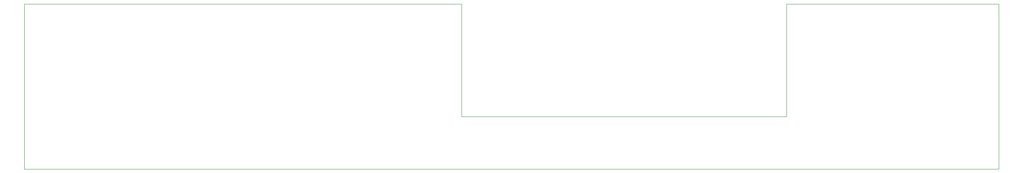
<source format=gm1>
*%FSLAX23Y23*%
*%MOIN*%
G01*
D14*
X12301Y8691D02*
X14077D01*
Y7308D02*
X5922D01*
X9583Y7746D02*
X12301D01*
X9583Y8691D02*
X5922D01*
Y7308D01*
X12301Y7746D02*
Y8691D01*
X14077D02*
Y7308D01*
X9583Y7746D02*
Y8691D01*
D02*
M02*

</source>
